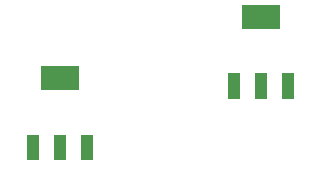
<source format=gtp>
G04 Layer: TopPasteMaskLayer*
G04 EasyEDA v6.5.8, 2022-07-15 11:59:49*
G04 d1191fb9e1b14548bd0f93557d019ec9,639d141a17be428fa5966410475b8b1a,10*
G04 Gerber Generator version 0.2*
G04 Scale: 100 percent, Rotated: No, Reflected: No *
G04 Dimensions in millimeters *
G04 leading zeros omitted , absolute positions ,4 integer and 5 decimal *
%FSLAX45Y45*%
%MOMM*%

%ADD10R,3.2500X2.1500*%

%LPD*%
D10*
G01*
X5689600Y-2945993D03*
G36*
X5969599Y-3638499D02*
G01*
X5869599Y-3638499D01*
X5869599Y-3423500D01*
X5969599Y-3423500D01*
G37*
G36*
X5739599Y-3638499D02*
G01*
X5639600Y-3638499D01*
X5639600Y-3423500D01*
X5739599Y-3423500D01*
G37*
G36*
X5509600Y-3638499D02*
G01*
X5409600Y-3638499D01*
X5409600Y-3423500D01*
X5509600Y-3423500D01*
G37*
G01*
X3987800Y-3466693D03*
G36*
X4267799Y-4159199D02*
G01*
X4167799Y-4159199D01*
X4167799Y-3944200D01*
X4267799Y-3944200D01*
G37*
G36*
X4037799Y-4159199D02*
G01*
X3937800Y-4159199D01*
X3937800Y-3944200D01*
X4037799Y-3944200D01*
G37*
G36*
X3807800Y-4159199D02*
G01*
X3707800Y-4159199D01*
X3707800Y-3944200D01*
X3807800Y-3944200D01*
G37*
M02*

</source>
